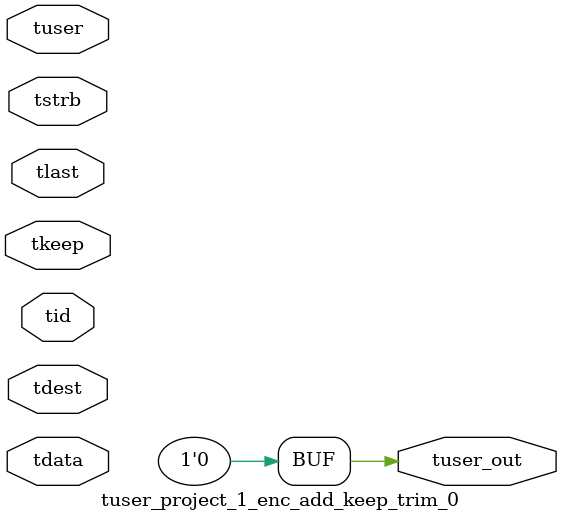
<source format=v>


`timescale 1ps/1ps

module tuser_project_1_enc_add_keep_trim_0 #
(
parameter C_S_AXIS_TUSER_WIDTH = 1,
parameter C_S_AXIS_TDATA_WIDTH = 32,
parameter C_S_AXIS_TID_WIDTH   = 0,
parameter C_S_AXIS_TDEST_WIDTH = 0,
parameter C_M_AXIS_TUSER_WIDTH = 1
)
(
input  [(C_S_AXIS_TUSER_WIDTH == 0 ? 1 : C_S_AXIS_TUSER_WIDTH)-1:0     ] tuser,
input  [(C_S_AXIS_TDATA_WIDTH == 0 ? 1 : C_S_AXIS_TDATA_WIDTH)-1:0     ] tdata,
input  [(C_S_AXIS_TID_WIDTH   == 0 ? 1 : C_S_AXIS_TID_WIDTH)-1:0       ] tid,
input  [(C_S_AXIS_TDEST_WIDTH == 0 ? 1 : C_S_AXIS_TDEST_WIDTH)-1:0     ] tdest,
input  [(C_S_AXIS_TDATA_WIDTH/8)-1:0 ] tkeep,
input  [(C_S_AXIS_TDATA_WIDTH/8)-1:0 ] tstrb,
input                                                                    tlast,
output [C_M_AXIS_TUSER_WIDTH-1:0] tuser_out
);

assign tuser_out = {1'b0};

endmodule


</source>
